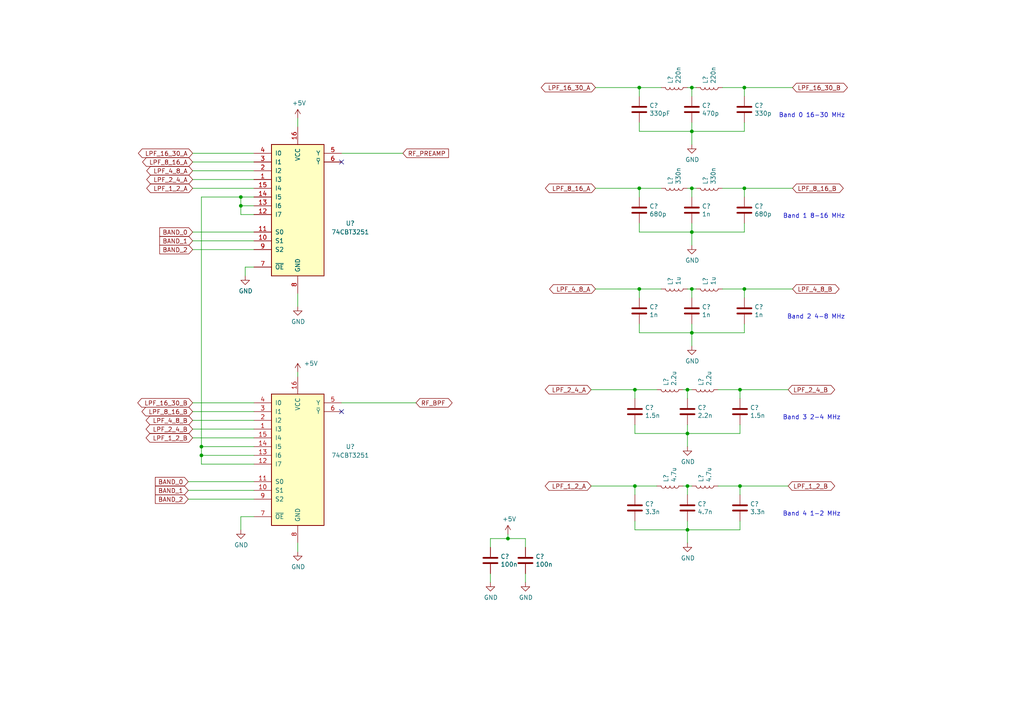
<source format=kicad_sch>
(kicad_sch (version 20250114) (generator "eeschema") (generator_version "9.0")
  (paper "A4")
  (lib_symbols
    (symbol "74xx:74LS251" (pin_names (offset 1.016))
      (property "Reference" "U" (at -7.62 19.05 0))
      (property "Value" "74LS251" (at -7.62 -21.59 0))
      (symbol "74LS251_1_0"
        (pin input line (at -12.7 15.24 0) (length 5.08) (name "I0") (number "4"))
        (pin input line (at -12.7 12.7 0) (length 5.08) (name "I1") (number "3"))
        (pin input line (at -12.7 10.16 0) (length 5.08) (name "I2") (number "2"))
        (pin input line (at -12.7 7.62 0) (length 5.08) (name "I3") (number "1"))
        (pin input line (at -12.7 5.08 0) (length 5.08) (name "I4") (number "15"))
        (pin input line (at -12.7 2.54 0) (length 5.08) (name "I5") (number "14"))
        (pin input line (at -12.7 0 0) (length 5.08) (name "I6") (number "13"))
        (pin input line (at -12.7 -2.54 0) (length 5.08) (name "I7") (number "12"))
        (pin input line (at -12.7 -7.62 0) (length 5.08) (name "S0") (number "11"))
        (pin input line (at -12.7 -10.16 0) (length 5.08) (name "S1") (number "10"))
        (pin input line (at -12.7 -12.7 0) (length 5.08) (name "S2") (number "9"))
        (pin input line (at -12.7 -17.78 0) (length 5.08) (name "~{OE}") (number "7"))
        (pin power_in line (at 0 22.86 270) (length 5.08) (name "VCC") (number "16"))
        (pin power_in line (at 0 -25.4 90) (length 5.08) (name "GND") (number "8"))
        (pin tri_state line (at 12.7 15.24 180) (length 5.08) (name "Y") (number "5"))
        (pin tri_state line (at 12.7 12.7 180) (length 5.08) (name "~{Y}") (number "6"))
      )
      (symbol "74LS251_1_1"
        (rectangle (start -7.62 17.78) (end 7.62 -20.32) (stroke (width 0.254)) (fill (type background)))
      )
    )
    (symbol "Device:C" (pin_numbers (hide yes)) (pin_names (offset 0.254))
      (property "Reference" "C" (at 0.635 2.54 0))
      (property "Value" "C" (at 0.635 -2.54 0))
      (symbol "C_0_1"
        (polyline (pts (xy -2.032 0.762) (xy 2.032 0.762)) (stroke (width 0.508)))
        (polyline (pts (xy -2.032 -0.762) (xy 2.032 -0.762)) (stroke (width 0.508)))
      )
      (symbol "C_1_1"
        (pin passive line (at 0 3.81 270) (length 2.794) (name "~") (number "1"))
        (pin passive line (at 0 -3.81 90) (length 2.794) (name "~") (number "2"))
      )
    )
    (symbol "Device:L" (pin_numbers (hide yes)) (pin_names (offset 1.016) (hide yes))
      (property "Reference" "L" (at -1.27 0 90))
      (property "Value" "L" (at 1.905 0 90))
      (symbol "L_0_1"
        (arc (start 0 2.54) (mid 0.6323 1.905) (end 0 1.27))
        (arc (start 0 1.27) (mid 0.6323 0.635) (end 0 0))
        (arc (start 0 0) (mid 0.6323 -0.635) (end 0 -1.27))
        (arc (start 0 -1.27) (mid 0.6323 -1.905) (end 0 -2.54))
      )
      (symbol "L_1_1"
        (pin passive line (at 0 3.81 270) (length 1.27) (name "1") (number "1"))
        (pin passive line (at 0 -3.81 90) (length 1.27) (name "2") (number "2"))
      )
    )
    (symbol "power:+5V" (power) (pin_names (offset 0))
      (property "Value" "+5V" (at 0 3.556 0))
      (symbol "+5V_0_1"
        (polyline (pts (xy -0.762 1.27) (xy 0 2.54)))
        (polyline (pts (xy 0 2.54) (xy 0.762 1.27)))
        (polyline (pts (xy 0 0) (xy 0 2.54)))
      )
      (symbol "+5V_1_1"
        (pin power_in line (at 0 0 90) (length 0) (hide yes) (name "+5V") (number "1"))
      )
    )
    (symbol "power:GND" (power) (pin_names (offset 0))
      (property "Value" "GND" (at 0 -3.81 0))
      (symbol "GND_0_1"
        (polyline (pts (xy 0 0) (xy 0 -1.27) (xy 1.27 -1.27) (xy 0 -2.54) (xy -1.27 -1.27) (xy 0 -1.27)))
      )
      (symbol "GND_1_1"
        (pin power_in line (at 0 0 270) (length 0) (hide yes) (name "GND") (number "1"))
      )
    )
  )
  (text "Band 2 4-8 MHz" (at 245.11 92.71 0) (effects (font (size 1.27 1.27)) (justify right bottom)))
  (text "Band 4 1-2 MHz" (at 243.84 149.86 0) (effects (font (size 1.27 1.27)) (justify right bottom)))
  (text "Band 1 8-16 MHz" (at 245.11 63.5 0) (effects (font (size 1.27 1.27)) (justify right bottom)))
  (text "Band 3 2-4 MHz" (at 243.84 121.92 0) (effects (font (size 1.27 1.27)) (justify right bottom)))
  (text "Band 0 16-30 MHz" (at 245.11 34.29 0) (effects (font (size 1.27 1.27)) (justify right bottom)))
  (junction (at 185.42 54.61))
  (junction (at 200.66 25.4))
  (junction (at 184.15 140.97))
  (junction (at 200.66 38.1))
  (junction (at 200.66 96.52))
  (junction (at 184.15 113.03))
  (junction (at 185.42 83.82))
  (junction (at 199.39 113.03))
  (junction (at 199.39 153.67))
  (junction (at 200.66 67.31))
  (junction (at 200.66 83.82))
  (junction (at 58.42 132.08))
  (junction (at 58.42 129.54))
  (junction (at 215.9 25.4))
  (junction (at 147.32 156.21))
  (junction (at 69.85 59.69))
  (junction (at 185.42 25.4))
  (junction (at 200.66 54.61))
  (junction (at 214.63 113.03))
  (junction (at 199.39 125.73))
  (junction (at 215.9 83.82))
  (junction (at 69.85 57.15))
  (junction (at 214.63 140.97))
  (junction (at 215.9 54.61))
  (junction (at 199.39 140.97))
  (no_connect (at 99.06 119.38))
  (no_connect (at 99.06 46.99))
  (wire (pts (xy 200.66 25.4) (xy 200.66 27.94)))
  (wire (pts (xy 71.12 80.01) (xy 71.12 77.47)))
  (wire (pts (xy 152.4 166.37) (xy 152.4 168.91)))
  (wire (pts (xy 86.36 85.09) (xy 86.36 88.9)))
  (wire (pts (xy 200.66 83.82) (xy 200.66 86.36)))
  (wire (pts (xy 184.15 151.13) (xy 184.15 153.67)))
  (wire (pts (xy 58.42 129.54) (xy 73.66 129.54)))
  (wire (pts (xy 215.9 35.56) (xy 215.9 38.1)))
  (wire (pts (xy 55.88 54.61) (xy 73.66 54.61)))
  (wire (pts (xy 209.55 54.61) (xy 215.9 54.61)))
  (wire (pts (xy 172.72 54.61) (xy 185.42 54.61)))
  (wire (pts (xy 69.85 149.86) (xy 73.66 149.86)))
  (wire (pts (xy 215.9 54.61) (xy 229.87 54.61)))
  (wire (pts (xy 200.66 64.77) (xy 200.66 67.31)))
  (wire (pts (xy 214.63 123.19) (xy 214.63 125.73)))
  (wire (pts (xy 54.61 144.78) (xy 73.66 144.78)))
  (wire (pts (xy 185.42 38.1) (xy 200.66 38.1)))
  (wire (pts (xy 214.63 113.03) (xy 228.6 113.03)))
  (wire (pts (xy 215.9 54.61) (xy 215.9 57.15)))
  (wire (pts (xy 185.42 67.31) (xy 200.66 67.31)))
  (wire (pts (xy 55.88 46.99) (xy 73.66 46.99)))
  (wire (pts (xy 86.36 157.48) (xy 86.36 160.02)))
  (wire (pts (xy 215.9 25.4) (xy 229.87 25.4)))
  (wire (pts (xy 58.42 134.62) (xy 73.66 134.62)))
  (wire (pts (xy 185.42 64.77) (xy 185.42 67.31)))
  (wire (pts (xy 55.88 121.92) (xy 73.66 121.92)))
  (wire (pts (xy 171.45 140.97) (xy 184.15 140.97)))
  (wire (pts (xy 185.42 54.61) (xy 191.77 54.61)))
  (wire (pts (xy 55.88 127) (xy 73.66 127)))
  (wire (pts (xy 73.66 59.69) (xy 69.85 59.69)))
  (wire (pts (xy 55.88 69.85) (xy 73.66 69.85)))
  (wire (pts (xy 69.85 153.67) (xy 69.85 149.86)))
  (wire (pts (xy 200.66 67.31) (xy 200.66 71.12)))
  (wire (pts (xy 185.42 83.82) (xy 191.77 83.82)))
  (wire (pts (xy 184.15 125.73) (xy 199.39 125.73)))
  (wire (pts (xy 214.63 140.97) (xy 228.6 140.97)))
  (wire (pts (xy 58.42 132.08) (xy 73.66 132.08)))
  (wire (pts (xy 200.66 54.61) (xy 200.66 57.15)))
  (wire (pts (xy 185.42 54.61) (xy 185.42 57.15)))
  (wire (pts (xy 184.15 140.97) (xy 190.5 140.97)))
  (wire (pts (xy 71.12 77.47) (xy 73.66 77.47)))
  (wire (pts (xy 152.4 158.75) (xy 152.4 156.21)))
  (wire (pts (xy 147.32 154.94) (xy 147.32 156.21)))
  (wire (pts (xy 198.12 113.03) (xy 199.39 113.03)))
  (wire (pts (xy 73.66 116.84) (xy 55.88 116.84)))
  (wire (pts (xy 199.39 83.82) (xy 200.66 83.82)))
  (wire (pts (xy 185.42 25.4) (xy 185.42 27.94)))
  (wire (pts (xy 142.24 156.21) (xy 142.24 158.75)))
  (wire (pts (xy 172.72 25.4) (xy 185.42 25.4)))
  (wire (pts (xy 214.63 151.13) (xy 214.63 153.67)))
  (wire (pts (xy 208.28 140.97) (xy 214.63 140.97)))
  (wire (pts (xy 200.66 54.61) (xy 201.93 54.61)))
  (wire (pts (xy 185.42 25.4) (xy 191.77 25.4)))
  (wire (pts (xy 58.42 132.08) (xy 58.42 129.54)))
  (wire (pts (xy 215.9 93.98) (xy 215.9 96.52)))
  (wire (pts (xy 147.32 156.21) (xy 142.24 156.21)))
  (wire (pts (xy 55.88 119.38) (xy 73.66 119.38)))
  (wire (pts (xy 200.66 93.98) (xy 200.66 96.52)))
  (wire (pts (xy 185.42 93.98) (xy 185.42 96.52)))
  (wire (pts (xy 199.39 125.73) (xy 199.39 129.54)))
  (wire (pts (xy 214.63 140.97) (xy 214.63 143.51)))
  (wire (pts (xy 185.42 83.82) (xy 185.42 86.36)))
  (wire (pts (xy 214.63 113.03) (xy 214.63 115.57)))
  (wire (pts (xy 199.39 140.97) (xy 199.39 143.51)))
  (wire (pts (xy 86.36 34.29) (xy 86.36 36.83)))
  (wire (pts (xy 69.85 57.15) (xy 69.85 59.69)))
  (wire (pts (xy 200.66 67.31) (xy 215.9 67.31)))
  (wire (pts (xy 86.36 107.95) (xy 86.36 109.22)))
  (wire (pts (xy 55.88 44.45) (xy 73.66 44.45)))
  (wire (pts (xy 69.85 59.69) (xy 69.85 62.23)))
  (wire (pts (xy 199.39 153.67) (xy 199.39 157.48)))
  (wire (pts (xy 199.39 151.13) (xy 199.39 153.67)))
  (wire (pts (xy 199.39 153.67) (xy 214.63 153.67)))
  (wire (pts (xy 184.15 123.19) (xy 184.15 125.73)))
  (wire (pts (xy 184.15 113.03) (xy 190.5 113.03)))
  (wire (pts (xy 200.66 96.52) (xy 200.66 100.33)))
  (wire (pts (xy 199.39 113.03) (xy 200.66 113.03)))
  (wire (pts (xy 99.06 116.84) (xy 120.65 116.84)))
  (wire (pts (xy 215.9 25.4) (xy 215.9 27.94)))
  (wire (pts (xy 199.39 125.73) (xy 214.63 125.73)))
  (wire (pts (xy 55.88 49.53) (xy 73.66 49.53)))
  (wire (pts (xy 215.9 83.82) (xy 229.87 83.82)))
  (wire (pts (xy 185.42 35.56) (xy 185.42 38.1)))
  (wire (pts (xy 200.66 96.52) (xy 215.9 96.52)))
  (wire (pts (xy 215.9 83.82) (xy 215.9 86.36)))
  (wire (pts (xy 142.24 166.37) (xy 142.24 168.91)))
  (wire (pts (xy 209.55 83.82) (xy 215.9 83.82)))
  (wire (pts (xy 172.72 83.82) (xy 185.42 83.82)))
  (wire (pts (xy 200.66 38.1) (xy 200.66 41.91)))
  (wire (pts (xy 199.39 54.61) (xy 200.66 54.61)))
  (wire (pts (xy 198.12 140.97) (xy 199.39 140.97)))
  (wire (pts (xy 73.66 62.23) (xy 69.85 62.23)))
  (wire (pts (xy 199.39 113.03) (xy 199.39 115.57)))
  (wire (pts (xy 55.88 52.07) (xy 73.66 52.07)))
  (wire (pts (xy 54.61 139.7) (xy 73.66 139.7)))
  (wire (pts (xy 55.88 124.46) (xy 73.66 124.46)))
  (wire (pts (xy 73.66 57.15) (xy 69.85 57.15)))
  (wire (pts (xy 200.66 38.1) (xy 215.9 38.1)))
  (wire (pts (xy 99.06 44.45) (xy 116.84 44.45)))
  (wire (pts (xy 215.9 64.77) (xy 215.9 67.31)))
  (wire (pts (xy 209.55 25.4) (xy 215.9 25.4)))
  (wire (pts (xy 200.66 25.4) (xy 201.93 25.4)))
  (wire (pts (xy 199.39 123.19) (xy 199.39 125.73)))
  (wire (pts (xy 58.42 134.62) (xy 58.42 132.08)))
  (wire (pts (xy 184.15 113.03) (xy 184.15 115.57)))
  (wire (pts (xy 58.42 57.15) (xy 69.85 57.15)))
  (wire (pts (xy 152.4 156.21) (xy 147.32 156.21)))
  (wire (pts (xy 184.15 153.67) (xy 199.39 153.67)))
  (wire (pts (xy 58.42 57.15) (xy 58.42 129.54)))
  (wire (pts (xy 200.66 35.56) (xy 200.66 38.1)))
  (wire (pts (xy 200.66 83.82) (xy 201.93 83.82)))
  (wire (pts (xy 199.39 25.4) (xy 200.66 25.4)))
  (wire (pts (xy 55.88 67.31) (xy 73.66 67.31)))
  (wire (pts (xy 54.61 142.24) (xy 73.66 142.24)))
  (wire (pts (xy 208.28 113.03) (xy 214.63 113.03)))
  (wire (pts (xy 171.45 113.03) (xy 184.15 113.03)))
  (wire (pts (xy 199.39 140.97) (xy 200.66 140.97)))
  (wire (pts (xy 185.42 96.52) (xy 200.66 96.52)))
  (wire (pts (xy 184.15 140.97) (xy 184.15 143.51)))
  (wire (pts (xy 55.88 72.39) (xy 73.66 72.39)))
  (global_label "BAND_0" (shape input) (at 54.61 139.7 180) (property "Intersheetrefs" "${INTERSHEET_REFS}" (effects (hide yes))))
  (global_label "LPF_16_30_B" (shape bidirectional) (at 229.87 25.4 0) (property "Intersheetrefs" "${INTERSHEET_REFS}" (effects (hide yes))))
  (global_label "BAND_1" (shape input) (at 54.61 142.24 180) (property "Intersheetrefs" "${INTERSHEET_REFS}" (effects (hide yes))))
  (global_label "LPF_4_8_B" (shape bidirectional) (at 229.87 83.82 0) (property "Intersheetrefs" "${INTERSHEET_REFS}" (effects (hide yes))))
  (global_label "LPF_1_2_A" (shape bidirectional) (at 171.45 140.97 180) (property "Intersheetrefs" "${INTERSHEET_REFS}" (effects (hide yes))))
  (global_label "RF_PREAMP" (shape input) (at 116.84 44.45 0) (property "Intersheetrefs" "${INTERSHEET_REFS}" (effects (hide yes))))
  (global_label "BAND_1" (shape input) (at 55.88 69.85 180) (property "Intersheetrefs" "${INTERSHEET_REFS}" (effects (hide yes))))
  (global_label "LPF_8_16_A" (shape bidirectional) (at 172.72 54.61 180) (property "Intersheetrefs" "${INTERSHEET_REFS}" (effects (hide yes))))
  (global_label "LPF_2_4_B" (shape bidirectional) (at 55.88 124.46 180) (property "Intersheetrefs" "${INTERSHEET_REFS}" (effects (hide yes))))
  (global_label "BAND_0" (shape input) (at 55.88 67.31 180) (property "Intersheetrefs" "${INTERSHEET_REFS}" (effects (hide yes))))
  (global_label "LPF_8_16_A" (shape bidirectional) (at 55.88 46.99 180) (property "Intersheetrefs" "${INTERSHEET_REFS}" (effects (hide yes))))
  (global_label "LPF_16_30_A" (shape bidirectional) (at 172.72 25.4 180) (property "Intersheetrefs" "${INTERSHEET_REFS}" (effects (hide yes))))
  (global_label "LPF_2_4_B" (shape bidirectional) (at 228.6 113.03 0) (property "Intersheetrefs" "${INTERSHEET_REFS}" (effects (hide yes))))
  (global_label "BAND_2" (shape input) (at 54.61 144.78 180) (property "Intersheetrefs" "${INTERSHEET_REFS}" (effects (hide yes))))
  (global_label "LPF_8_16_B" (shape bidirectional) (at 55.88 119.38 180) (property "Intersheetrefs" "${INTERSHEET_REFS}" (effects (hide yes))))
  (global_label "LPF_4_8_A" (shape bidirectional) (at 55.88 49.53 180) (property "Intersheetrefs" "${INTERSHEET_REFS}" (effects (hide yes))))
  (global_label "LPF_4_8_B" (shape bidirectional) (at 55.88 121.92 180) (property "Intersheetrefs" "${INTERSHEET_REFS}" (effects (hide yes))))
  (global_label "LPF_16_30_B" (shape bidirectional) (at 55.88 116.84 180) (property "Intersheetrefs" "${INTERSHEET_REFS}" (effects (hide yes))))
  (global_label "RF_BPF" (shape bidirectional) (at 120.65 116.84 0) (property "Intersheetrefs" "${INTERSHEET_REFS}" (effects (hide yes))))
  (global_label "LPF_4_8_A" (shape bidirectional) (at 172.72 83.82 180) (property "Intersheetrefs" "${INTERSHEET_REFS}" (effects (hide yes))))
  (global_label "LPF_1_2_B" (shape bidirectional) (at 228.6 140.97 0) (property "Intersheetrefs" "${INTERSHEET_REFS}" (effects (hide yes))))
  (global_label "LPF_16_30_A" (shape bidirectional) (at 55.88 44.45 180) (property "Intersheetrefs" "${INTERSHEET_REFS}" (effects (hide yes))))
  (global_label "BAND_2" (shape input) (at 55.88 72.39 180) (property "Intersheetrefs" "${INTERSHEET_REFS}" (effects (hide yes))))
  (global_label "LPF_1_2_A" (shape bidirectional) (at 55.88 54.61 180) (property "Intersheetrefs" "${INTERSHEET_REFS}" (effects (hide yes))))
  (global_label "LPF_2_4_A" (shape bidirectional) (at 55.88 52.07 180) (property "Intersheetrefs" "${INTERSHEET_REFS}" (effects (hide yes))))
  (global_label "LPF_1_2_B" (shape bidirectional) (at 55.88 127 180) (property "Intersheetrefs" "${INTERSHEET_REFS}" (effects (hide yes))))
  (global_label "LPF_8_16_B" (shape bidirectional) (at 229.87 54.61 0) (property "Intersheetrefs" "${INTERSHEET_REFS}" (effects (hide yes))))
  (global_label "LPF_2_4_A" (shape bidirectional) (at 171.45 113.03 180) (property "Intersheetrefs" "${INTERSHEET_REFS}" (effects (hide yes))))
  (symbol (lib_id "power:GND") (at 152.4 168.91 0) (unit 1)
    (property "Reference" "#PWR011" (effects (hide yes)))
    (property "Value" "GND" (at 152.527 173.3042 0))
    (instances (project "RADIO" (path "" (reference "#PWR?") (unit 1))) (project "pico_rx" (path "" (reference "#PWR011") (unit 1))))
  )
  (symbol (lib_id "Device:L") (at 194.31 140.97 270) (unit 1)
    (property "Reference" "L8" (at 193.167 139.8778 0) (effects (justify right)))
    (property "Value" "4.7u" (at 195.453 139.8778 0) (effects (justify right)))
    (property "Footprint" "Inductor_SMD:L_0805_2012Metric_Pad1.05x1.20mm_HandSolder" (effects (hide yes)))
    (instances (project "RADIO" (path "" (reference "L?") (unit 1))) (project "pico_rx" (path "" (reference "L8") (unit 1))))
  )
  (symbol (lib_id "power:+5V") (at 86.36 34.29 0) (unit 1)
    (property "Reference" "#PWR03" (effects (hide yes)))
    (property "Value" "+5V" (at 86.741 29.8958 0))
    (instances (project "RADIO" (path "" (reference "#PWR?") (unit 1))) (project "pico_rx" (path "" (reference "#PWR03") (unit 1))))
  )
  (symbol (lib_id "Device:C") (at 184.15 147.32 180) (unit 1)
    (property "Reference" "C36" (at 187.071 146.177 0) (effects (justify right)))
    (property "Value" "3.3n" (at 187.071 148.463 0) (effects (justify right)))
    (property "Footprint" "Capacitor_SMD:C_0805_2012Metric" (effects (hide yes)))
    (instances (project "RADIO" (path "" (reference "C?") (unit 1))) (project "pico_rx" (path "" (reference "C36") (unit 1))))
  )
  (symbol (lib_id "Device:L") (at 205.74 54.61 270) (unit 1)
    (property "Reference" "L2" (at 204.597 53.5178 0) (effects (justify right)))
    (property "Value" "330n" (at 206.883 53.5178 0) (effects (justify right)))
    (property "Footprint" "Inductor_SMD:L_0805_2012Metric_Pad1.05x1.20mm_HandSolder" (effects (hide yes)))
    (instances (project "RADIO" (path "" (reference "L?") (unit 1))) (project "pico_rx" (path "" (reference "L2") (unit 1))))
  )
  (symbol (lib_id "power:GND") (at 199.39 157.48 0) (unit 1)
    (property "Reference" "#PWR032" (effects (hide yes)))
    (property "Value" "GND" (at 199.517 161.8742 0))
    (instances (project "RADIO" (path "" (reference "#PWR?") (unit 1))) (project "pico_rx" (path "" (reference "#PWR032") (unit 1))))
  )
  (symbol (lib_id "power:GND") (at 200.66 71.12 0) (unit 1)
    (property "Reference" "#PWR013" (effects (hide yes)))
    (property "Value" "GND" (at 200.787 75.5142 0))
    (instances (project "RADIO" (path "" (reference "#PWR?") (unit 1))) (project "pico_rx" (path "" (reference "#PWR013") (unit 1))))
  )
  (symbol (lib_id "Device:C") (at 214.63 147.32 180) (unit 1)
    (property "Reference" "C38" (at 217.551 146.177 0) (effects (justify right)))
    (property "Value" "3.3n" (at 217.551 148.463 0) (effects (justify right)))
    (property "Footprint" "Capacitor_SMD:C_0805_2012Metric" (effects (hide yes)))
    (instances (project "RADIO" (path "" (reference "C?") (unit 1))) (project "pico_rx" (path "" (reference "C38") (unit 1))))
  )
  (symbol (lib_id "Device:C") (at 215.9 31.75 180) (unit 1)
    (property "Reference" "C16" (at 218.821 30.607 0) (effects (justify right)))
    (property "Value" "330p" (at 218.821 32.893 0) (effects (justify right)))
    (property "Footprint" "Capacitor_SMD:C_0805_2012Metric" (effects (hide yes)))
    (instances (project "RADIO" (path "" (reference "C?") (unit 1))) (project "pico_rx" (path "" (reference "C16") (unit 1))))
  )
  (symbol (lib_id "Device:C") (at 200.66 90.17 180) (unit 1)
    (property "Reference" "C14" (at 203.581 89.027 0) (effects (justify right)))
    (property "Value" "1n" (at 203.581 91.313 0) (effects (justify right)))
    (property "Footprint" "Capacitor_SMD:C_0805_2012Metric" (effects (hide yes)))
    (instances (project "RADIO" (path "" (reference "C?") (unit 1))) (project "pico_rx" (path "" (reference "C14") (unit 1))))
  )
  (symbol (lib_id "Device:L") (at 204.47 140.97 270) (unit 1)
    (property "Reference" "L9" (at 203.327 139.8778 0) (effects (justify right)))
    (property "Value" "4.7u" (at 205.613 139.8778 0) (effects (justify right)))
    (property "Footprint" "Inductor_SMD:L_0805_2012Metric_Pad1.05x1.20mm_HandSolder" (effects (hide yes)))
    (instances (project "RADIO" (path "" (reference "L?") (unit 1))) (project "pico_rx" (path "" (reference "L9") (unit 1))))
  )
  (symbol (lib_id "Device:L") (at 194.31 113.03 270) (unit 1)
    (property "Reference" "L6" (at 193.167 111.9378 0) (effects (justify right)))
    (property "Value" "2.2u" (at 195.453 111.9378 0) (effects (justify right)))
    (property "Footprint" "Inductor_SMD:L_0805_2012Metric_Pad1.05x1.20mm_HandSolder" (effects (hide yes)))
    (instances (project "RADIO" (path "" (reference "L?") (unit 1))) (project "pico_rx" (path "" (reference "L6") (unit 1))))
  )
  (symbol (lib_id "Device:L") (at 195.58 83.82 270) (unit 1)
    (property "Reference" "L3" (at 194.437 82.7278 0) (effects (justify right)))
    (property "Value" "1u" (at 196.723 82.7278 0) (effects (justify right)))
    (property "Footprint" "Inductor_SMD:L_0805_2012Metric_Pad1.05x1.20mm_HandSolder" (effects (hide yes)))
    (instances (project "RADIO" (path "" (reference "L?") (unit 1))) (project "pico_rx" (path "" (reference "L3") (unit 1))))
  )
  (symbol (lib_id "power:GND") (at 142.24 168.91 0) (unit 1)
    (property "Reference" "#PWR09" (effects (hide yes)))
    (property "Value" "GND" (at 142.367 173.3042 0))
    (instances (project "RADIO" (path "" (reference "#PWR?") (unit 1))) (project "pico_rx" (path "" (reference "#PWR09") (unit 1))))
  )
  (symbol (lib_id "power:GND") (at 69.85 153.67 0) (unit 1)
    (property "Reference" "#PWR01" (effects (hide yes)))
    (property "Value" "GND" (at 69.977 158.0642 0))
    (instances (project "RADIO" (path "" (reference "#PWR?") (unit 1))) (project "pico_rx" (path "" (reference "#PWR01") (unit 1))))
  )
  (symbol (lib_id "Device:C") (at 214.63 119.38 180) (unit 1)
    (property "Reference" "C22" (at 217.551 118.237 0) (effects (justify right)))
    (property "Value" "1.5n" (at 217.551 120.523 0) (effects (justify right)))
    (property "Footprint" "Capacitor_SMD:C_0805_2012Metric" (effects (hide yes)))
    (instances (project "RADIO" (path "" (reference "C?") (unit 1))) (project "pico_rx" (path "" (reference "C22") (unit 1))))
  )
  (symbol (lib_id "Device:L") (at 195.58 25.4 270) (unit 1)
    (property "Reference" "L13" (at 194.437 24.3078 0) (effects (justify right)))
    (property "Value" "220n" (at 196.723 24.3078 0) (effects (justify right)))
    (property "Footprint" "Inductor_SMD:L_0805_2012Metric_Pad1.05x1.20mm_HandSolder" (effects (hide yes)))
    (instances (project "RADIO" (path "" (reference "L?") (unit 1))) (project "pico_rx" (path "" (reference "L13") (unit 1))))
  )
  (symbol (lib_id "power:+5V") (at 86.36 107.95 0) (unit 1)
    (property "Reference" "#PWR05" (effects (hide yes)))
    (property "Value" "+5V" (at 90.17 105.41 0))
    (instances (project "RADIO" (path "" (reference "#PWR?") (unit 1))) (project "pico_rx" (path "" (reference "#PWR05") (unit 1))))
  )
  (symbol (lib_id "Device:L") (at 204.47 113.03 270) (unit 1)
    (property "Reference" "L7" (at 203.327 111.9378 0) (effects (justify right)))
    (property "Value" "2.2u" (at 205.613 111.9378 0) (effects (justify right)))
    (property "Footprint" "Inductor_SMD:L_0805_2012Metric_Pad1.05x1.20mm_HandSolder" (effects (hide yes)))
    (instances (project "RADIO" (path "" (reference "L?") (unit 1))) (project "pico_rx" (path "" (reference "L7") (unit 1))))
  )
  (symbol (lib_id "power:GND") (at 86.36 88.9 0) (unit 1)
    (property "Reference" "#PWR04" (effects (hide yes)))
    (property "Value" "GND" (at 86.487 93.2942 0))
    (instances (project "RADIO" (path "" (reference "#PWR?") (unit 1))) (project "pico_rx" (path "" (reference "#PWR04") (unit 1))))
  )
  (symbol (lib_id "Device:C") (at 200.66 60.96 180) (unit 1)
    (property "Reference" "C7" (at 203.581 59.817 0) (effects (justify right)))
    (property "Value" "1n" (at 203.581 62.103 0) (effects (justify right)))
    (property "Footprint" "Capacitor_SMD:C_0805_2012Metric" (effects (hide yes)))
    (instances (project "RADIO" (path "" (reference "C?") (unit 1))) (project "pico_rx" (path "" (reference "C7") (unit 1))))
  )
  (symbol (lib_id "Device:C") (at 215.9 90.17 180) (unit 1)
    (property "Reference" "C15" (at 218.821 89.027 0) (effects (justify right)))
    (property "Value" "1n" (at 218.821 91.313 0) (effects (justify right)))
    (property "Footprint" "Capacitor_SMD:C_0805_2012Metric" (effects (hide yes)))
    (instances (project "RADIO" (path "" (reference "C?") (unit 1))) (project "pico_rx" (path "" (reference "C15") (unit 1))))
  )
  (symbol (lib_id "Device:C") (at 199.39 147.32 180) (unit 1)
    (property "Reference" "C37" (at 202.311 146.177 0) (effects (justify right)))
    (property "Value" "4.7n" (at 202.311 148.463 0) (effects (justify right)))
    (property "Footprint" "Capacitor_SMD:C_0805_2012Metric" (effects (hide yes)))
    (instances (project "RADIO" (path "" (reference "C?") (unit 1))) (project "pico_rx" (path "" (reference "C37") (unit 1))))
  )
  (symbol (lib_id "Device:C") (at 152.4 162.56 0) (unit 1)
    (property "Reference" "C3" (at 155.321 161.417 0) (effects (justify left)))
    (property "Value" "100n" (at 155.321 163.703 0) (effects (justify left)))
    (property "Footprint" "Capacitor_SMD:C_1206_3216Metric" (effects (hide yes)))
    (instances (project "RADIO" (path "" (reference "C?") (unit 1))) (project "pico_rx" (path "" (reference "C3") (unit 1))))
  )
  (symbol (lib_id "Device:C") (at 199.39 119.38 180) (unit 1)
    (property "Reference" "C21" (at 202.311 118.237 0) (effects (justify right)))
    (property "Value" "2.2n" (at 202.311 120.523 0) (effects (justify right)))
    (property "Footprint" "Capacitor_SMD:C_0805_2012Metric" (effects (hide yes)))
    (instances (project "RADIO" (path "" (reference "C?") (unit 1))) (project "pico_rx" (path "" (reference "C21") (unit 1))))
  )
  (symbol (lib_id "power:GND") (at 199.39 129.54 0) (unit 1)
    (property "Reference" "#PWR015" (effects (hide yes)))
    (property "Value" "GND" (at 199.517 133.9342 0))
    (instances (project "RADIO" (path "" (reference "#PWR?") (unit 1))) (project "pico_rx" (path "" (reference "#PWR015") (unit 1))))
  )
  (symbol (lib_id "Device:L") (at 195.58 54.61 270) (unit 1)
    (property "Reference" "L1" (at 194.437 53.5178 0) (effects (justify right)))
    (property "Value" "330n" (at 196.723 53.5178 0) (effects (justify right)))
    (property "Footprint" "Inductor_SMD:L_0805_2012Metric_Pad1.05x1.20mm_HandSolder" (effects (hide yes)))
    (instances (project "RADIO" (path "" (reference "L?") (unit 1))) (project "pico_rx" (path "" (reference "L1") (unit 1))))
  )
  (symbol (lib_id "Device:C") (at 185.42 90.17 180) (unit 1)
    (property "Reference" "C13" (at 188.341 89.027 0) (effects (justify right)))
    (property "Value" "1n" (at 188.341 91.313 0) (effects (justify right)))
    (property "Footprint" "Capacitor_SMD:C_0805_2012Metric" (effects (hide yes)))
    (instances (project "RADIO" (path "" (reference "C?") (unit 1))) (project "pico_rx" (path "" (reference "C13") (unit 1))))
  )
  (symbol (lib_id "power:GND") (at 200.66 41.91 0) (unit 1)
    (property "Reference" "#PWR012" (effects (hide yes)))
    (property "Value" "GND" (at 200.787 46.3042 0))
    (instances (project "RADIO" (path "" (reference "#PWR?") (unit 1))) (project "pico_rx" (path "" (reference "#PWR012") (unit 1))))
  )
  (symbol (lib_id "Device:L") (at 205.74 83.82 270) (unit 1)
    (property "Reference" "L4" (at 204.597 82.7278 0) (effects (justify right)))
    (property "Value" "1u" (at 206.883 82.7278 0) (effects (justify right)))
    (property "Footprint" "Inductor_SMD:L_0805_2012Metric_Pad1.05x1.20mm_HandSolder" (effects (hide yes)))
    (instances (project "RADIO" (path "" (reference "L?") (unit 1))) (project "pico_rx" (path "" (reference "L4") (unit 1))))
  )
  (symbol (lib_id "Device:C") (at 184.15 119.38 180) (unit 1)
    (property "Reference" "C19" (at 187.071 118.237 0) (effects (justify right)))
    (property "Value" "1.5n" (at 187.071 120.523 0) (effects (justify right)))
    (property "Footprint" "Capacitor_SMD:C_0805_2012Metric" (effects (hide yes)))
    (instances (project "RADIO" (path "" (reference "C?") (unit 1))) (project "pico_rx" (path "" (reference "C19") (unit 1))))
  )
  (symbol (lib_id "Device:C") (at 185.42 31.75 180) (unit 1)
    (property "Reference" "C8" (at 188.341 30.607 0) (effects (justify right)))
    (property "Value" "330pF" (at 188.341 32.893 0) (effects (justify right)))
    (property "Footprint" "Capacitor_SMD:C_0805_2012Metric" (effects (hide yes)))
    (instances (project "RADIO" (path "" (reference "C?") (unit 1))) (project "pico_rx" (path "" (reference "C8") (unit 1))))
  )
  (symbol (lib_id "power:GND") (at 71.12 80.01 0) (unit 1)
    (property "Reference" "#PWR02" (effects (hide yes)))
    (property "Value" "GND" (at 71.247 84.4042 0))
    (instances (project "RADIO" (path "" (reference "#PWR?") (unit 1))) (project "pico_rx" (path "" (reference "#PWR02") (unit 1))))
  )
  (symbol (lib_id "Device:C") (at 185.42 60.96 180) (unit 1)
    (property "Reference" "C6" (at 188.341 59.817 0) (effects (justify right)))
    (property "Value" "680p" (at 188.341 62.103 0) (effects (justify right)))
    (property "Footprint" "Capacitor_SMD:C_0805_2012Metric" (effects (hide yes)))
    (instances (project "RADIO" (path "" (reference "C?") (unit 1))) (project "pico_rx" (path "" (reference "C6") (unit 1))))
  )
  (symbol (lib_id "74xx:74LS251") (at 86.36 132.08 0) (unit 1)
    (property "Reference" "U2" (at 101.6 129.54 0))
    (property "Value" "74CBT3251" (at 101.6 132.08 0))
    (property "Footprint" "Package_SO:SSOP-16_5.3x6.2mm_P0.65mm" (effects (hide yes)))
    (property "Datasheet" "http://www.ti.com/lit/gpn/sn74LS251" (effects (hide yes)))
    (instances (project "RADIO" (path "" (reference "U?") (unit 1))) (project "pico_rx" (path "" (reference "U2") (unit 1))))
  )
  (symbol (lib_id "power:GND") (at 86.36 160.02 0) (unit 1)
    (property "Reference" "#PWR06" (effects (hide yes)))
    (property "Value" "GND" (at 86.487 164.4142 0))
    (instances (project "RADIO" (path "" (reference "#PWR?") (unit 1))) (project "pico_rx" (path "" (reference "#PWR06") (unit 1))))
  )
  (symbol (lib_id "Device:C") (at 200.66 31.75 180) (unit 1)
    (property "Reference" "C12" (at 203.581 30.607 0) (effects (justify right)))
    (property "Value" "470p" (at 203.581 32.893 0) (effects (justify right)))
    (property "Footprint" "Capacitor_SMD:C_0805_2012Metric" (effects (hide yes)))
    (instances (project "RADIO" (path "" (reference "C?") (unit 1))) (project "pico_rx" (path "" (reference "C12") (unit 1))))
  )
  (symbol (lib_id "Device:L") (at 205.74 25.4 270) (unit 1)
    (property "Reference" "L5" (at 204.597 24.3078 0) (effects (justify right)))
    (property "Value" "220n" (at 206.883 24.3078 0) (effects (justify right)))
    (property "Footprint" "Inductor_SMD:L_0805_2012Metric_Pad1.05x1.20mm_HandSolder" (effects (hide yes)))
    (instances (project "RADIO" (path "" (reference "L?") (unit 1))) (project "pico_rx" (path "" (reference "L5") (unit 1))))
  )
  (symbol (lib_id "power:GND") (at 200.66 100.33 0) (unit 1)
    (property "Reference" "#PWR014" (effects (hide yes)))
    (property "Value" "GND" (at 200.787 104.7242 0))
    (instances (project "RADIO" (path "" (reference "#PWR?") (unit 1))) (project "pico_rx" (path "" (reference "#PWR014") (unit 1))))
  )
  (symbol (lib_id "Device:C") (at 142.24 162.56 0) (unit 1)
    (property "Reference" "C2" (at 145.161 161.417 0) (effects (justify left)))
    (property "Value" "100n" (at 145.161 163.703 0) (effects (justify left)))
    (property "Footprint" "Capacitor_SMD:C_1206_3216Metric" (effects (hide yes)))
    (instances (project "RADIO" (path "" (reference "C?") (unit 1))) (project "pico_rx" (path "" (reference "C2") (unit 1))))
  )
  (symbol (lib_id "Device:C") (at 215.9 60.96 180) (unit 1)
    (property "Reference" "C9" (at 218.821 59.817 0) (effects (justify right)))
    (property "Value" "680p" (at 218.821 62.103 0) (effects (justify right)))
    (property "Footprint" "Capacitor_SMD:C_0805_2012Metric" (effects (hide yes)))
    (instances (project "RADIO" (path "" (reference "C?") (unit 1))) (project "pico_rx" (path "" (reference "C9") (unit 1))))
  )
  (symbol (lib_id "74xx:74LS251") (at 86.36 59.69 0) (unit 1)
    (property "Reference" "U1" (at 101.6 64.77 0))
    (property "Value" "74CBT3251" (at 101.6 67.31 0))
    (property "Footprint" "Package_SO:SSOP-16_5.3x6.2mm_P0.65mm" (effects (hide yes)))
    (property "Datasheet" "http://www.ti.com/lit/gpn/sn74LS251" (effects (hide yes)))
    (instances (project "RADIO" (path "" (reference "U?") (unit 1))) (project "pico_rx" (path "" (reference "U1") (unit 1))))
  )
  (symbol (lib_id "power:+5V") (at 147.32 154.94 0) (unit 1)
    (property "Reference" "#PWR010" (effects (hide yes)))
    (property "Value" "+5V" (at 147.701 150.5458 0))
    (instances (project "RADIO" (path "" (reference "#PWR?") (unit 1))) (project "pico_rx" (path "" (reference "#PWR010") (unit 1))))
  )
)
</source>
